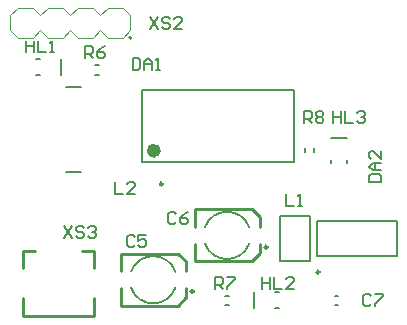
<source format=gto>
G04 Layer_Color=65535*
%FSLAX25Y25*%
%MOIN*%
G70*
G01*
G75*
%ADD25C,0.00787*%
%ADD36C,0.02362*%
%ADD37C,0.00984*%
%ADD38C,0.01000*%
%ADD39C,0.00394*%
%ADD40C,0.00591*%
D25*
X42953Y93425D02*
G03*
X42953Y93425I-394J0D01*
G01*
X82202Y30252D02*
G03*
X67404Y30252I-7399J-2693D01*
G01*
Y24866D02*
G03*
X82202Y24866I7399J2693D01*
G01*
X57596Y15488D02*
G03*
X42798Y15488I-7399J-2693D01*
G01*
Y10102D02*
G03*
X57596Y10102I7399J2693D01*
G01*
X11220Y86319D02*
X12402D01*
X11220Y81004D02*
X12402D01*
X19587D02*
Y86319D01*
X21260Y48819D02*
X25984D01*
X21260Y77165D02*
X25984D01*
X30906Y81102D02*
X32087D01*
X30906Y84252D02*
X32087D01*
X97244Y51870D02*
Y76083D01*
X46457Y51870D02*
Y76083D01*
X97244D01*
X46457Y51870D02*
X97244D01*
X103937Y55512D02*
Y56693D01*
X100787Y55512D02*
Y56693D01*
X109547Y51575D02*
Y52756D01*
X114862Y51575D02*
Y52756D01*
X109547Y59941D02*
X114862D01*
X104921Y20669D02*
X131299D01*
X104921Y32480D02*
X131299D01*
X104921Y20669D02*
Y32480D01*
X131299Y20669D02*
Y32480D01*
X92441Y19075D02*
Y34075D01*
Y19075D02*
X102441D01*
Y34075D01*
X92441D02*
X102441D01*
X110630Y7480D02*
X111811D01*
X110630Y4331D02*
X111811D01*
X90945Y3248D02*
X92126D01*
X90945Y8563D02*
X92126D01*
X83760Y3248D02*
Y8563D01*
X74213Y4331D02*
X75394D01*
X74213Y7480D02*
X75394D01*
D36*
X51575Y55807D02*
G03*
X51575Y55807I-1181J0D01*
G01*
D37*
X53405Y44685D02*
G03*
X53405Y44685I-492J0D01*
G01*
X105610Y15354D02*
G03*
X105610Y15354I-492J0D01*
G01*
X88287Y23622D02*
G03*
X88287Y23622I-492J0D01*
G01*
X63681Y8858D02*
G03*
X63681Y8858I-492J0D01*
G01*
D38*
X26575Y22441D02*
X30512D01*
X6890D02*
X10827D01*
X6890Y16535D02*
Y22441D01*
Y787D02*
Y6693D01*
X30512Y16535D02*
Y22441D01*
Y787D02*
Y6693D01*
X6890Y787D02*
X30512D01*
X64173Y18898D02*
Y24803D01*
Y30315D02*
Y36220D01*
X85827Y21654D02*
Y24803D01*
Y30315D02*
Y33858D01*
X83071Y18898D02*
X85827Y21654D01*
X64173Y18898D02*
X83071D01*
Y36220D02*
X85827Y33858D01*
X64173Y36220D02*
X83071D01*
X39567Y4134D02*
Y10039D01*
Y15551D02*
Y21457D01*
X61221Y6890D02*
Y10039D01*
Y15551D02*
Y19094D01*
X58465Y4134D02*
X61221Y6890D01*
X39567Y4134D02*
X58465D01*
Y21457D02*
X61221Y19094D01*
X39567Y21457D02*
X58465D01*
D39*
X40059Y93425D02*
X42559Y95925D01*
X35059Y93425D02*
X40059D01*
X32559Y95925D02*
X35059Y93425D01*
X32559Y100925D02*
X35059Y103425D01*
X40059D01*
X42559Y100925D01*
X30059Y103425D02*
X32559Y100925D01*
X25059Y103425D02*
X30059D01*
X22559Y100925D02*
X25059Y103425D01*
X22559Y95925D02*
X25059Y93425D01*
X30059D01*
X32559Y95925D01*
X20059Y103425D02*
X22559Y100925D01*
X15059Y103425D02*
X20059D01*
X12559Y100925D02*
X15059Y103425D01*
X12559Y95925D02*
X15059Y93425D01*
X20059D01*
X22559Y95925D01*
X10059Y103425D02*
X12559Y100925D01*
X5059Y103425D02*
X10059D01*
X2559Y100925D02*
X5059Y103425D01*
X2559Y95925D02*
X5059Y93425D01*
X10059D01*
X12559Y95925D01*
X42559D02*
Y100925D01*
X2559Y95925D02*
Y100925D01*
D40*
X20472Y30707D02*
X23096Y26772D01*
Y30707D02*
X20472Y26772D01*
X27032Y30051D02*
X26376Y30707D01*
X25064D01*
X24408Y30051D01*
Y29395D01*
X25064Y28740D01*
X26376D01*
X27032Y28084D01*
Y27428D01*
X26376Y26772D01*
X25064D01*
X24408Y27428D01*
X28344Y30051D02*
X29000Y30707D01*
X30312D01*
X30968Y30051D01*
Y29395D01*
X30312Y28740D01*
X29656D01*
X30312D01*
X30968Y28084D01*
Y27428D01*
X30312Y26772D01*
X29000D01*
X28344Y27428D01*
X49213Y100392D02*
X51836Y96457D01*
Y100392D02*
X49213Y96457D01*
X55772Y99736D02*
X55116Y100392D01*
X53804D01*
X53148Y99736D01*
Y99080D01*
X53804Y98425D01*
X55116D01*
X55772Y97769D01*
Y97113D01*
X55116Y96457D01*
X53804D01*
X53148Y97113D01*
X59708Y96457D02*
X57084D01*
X59708Y99080D01*
Y99736D01*
X59052Y100392D01*
X57740D01*
X57084Y99736D01*
X7874Y92518D02*
Y88583D01*
Y90551D01*
X10498D01*
Y92518D01*
Y88583D01*
X11810Y92518D02*
Y88583D01*
X14434D01*
X15745D02*
X17057D01*
X16401D01*
Y92518D01*
X15745Y91862D01*
X37402Y45274D02*
Y41339D01*
X40025D01*
X43961D02*
X41337D01*
X43961Y43962D01*
Y44618D01*
X43305Y45274D01*
X41993D01*
X41337Y44618D01*
X27559Y86614D02*
Y90550D01*
X29527D01*
X30183Y89894D01*
Y88582D01*
X29527Y87926D01*
X27559D01*
X28871D02*
X30183Y86614D01*
X34119Y90550D02*
X32807Y89894D01*
X31495Y88582D01*
Y87270D01*
X32151Y86614D01*
X33463D01*
X34119Y87270D01*
Y87926D01*
X33463Y88582D01*
X31495D01*
X43307Y86613D02*
Y82677D01*
X45275D01*
X45931Y83333D01*
Y85957D01*
X45275Y86613D01*
X43307D01*
X47243Y82677D02*
Y85301D01*
X48555Y86613D01*
X49867Y85301D01*
Y82677D01*
Y84645D01*
X47243D01*
X51179Y82677D02*
X52491D01*
X51834D01*
Y86613D01*
X51179Y85957D01*
X100394Y64961D02*
Y68896D01*
X102362D01*
X103017Y68240D01*
Y66928D01*
X102362Y66272D01*
X100394D01*
X101706D02*
X103017Y64961D01*
X104329Y68240D02*
X104985Y68896D01*
X106297D01*
X106953Y68240D01*
Y67585D01*
X106297Y66928D01*
X106953Y66272D01*
Y65617D01*
X106297Y64961D01*
X104985D01*
X104329Y65617D01*
Y66272D01*
X104985Y66928D01*
X104329Y67585D01*
Y68240D01*
X104985Y66928D02*
X106297D01*
X110236Y68896D02*
Y64961D01*
Y66928D01*
X112860D01*
Y68896D01*
Y64961D01*
X114172Y68896D02*
Y64961D01*
X116796D01*
X118108Y68240D02*
X118764Y68896D01*
X120076D01*
X120731Y68240D01*
Y67585D01*
X120076Y66928D01*
X119420D01*
X120076D01*
X120731Y66272D01*
Y65617D01*
X120076Y64961D01*
X118764D01*
X118108Y65617D01*
X122048Y45276D02*
X125984D01*
Y47243D01*
X125328Y47899D01*
X122705D01*
X122048Y47243D01*
Y45276D01*
X125984Y49211D02*
X123360D01*
X122048Y50523D01*
X123360Y51835D01*
X125984D01*
X124016D01*
Y49211D01*
X125984Y55771D02*
Y53147D01*
X123360Y55771D01*
X122705D01*
X122048Y55115D01*
Y53803D01*
X122705Y53147D01*
X94488Y41337D02*
Y37402D01*
X97112D01*
X98424D02*
X99736D01*
X99080D01*
Y41337D01*
X98424Y40681D01*
X122703Y7217D02*
X122047Y7873D01*
X120735D01*
X120079Y7217D01*
Y4593D01*
X120735Y3937D01*
X122047D01*
X122703Y4593D01*
X124014Y7873D02*
X126638D01*
Y7217D01*
X124014Y4593D01*
Y3937D01*
X86614Y13778D02*
Y9843D01*
Y11810D01*
X89238D01*
Y13778D01*
Y9843D01*
X90550Y13778D02*
Y9843D01*
X93174D01*
X97110D02*
X94486D01*
X97110Y12466D01*
Y13122D01*
X96453Y13778D01*
X95142D01*
X94486Y13122D01*
X70866Y9843D02*
Y13778D01*
X72834D01*
X73490Y13122D01*
Y11810D01*
X72834Y11154D01*
X70866D01*
X72178D02*
X73490Y9843D01*
X74802Y13778D02*
X77426D01*
Y13122D01*
X74802Y10498D01*
Y9843D01*
X57742Y34776D02*
X57086Y35432D01*
X55774D01*
X55118Y34776D01*
Y32152D01*
X55774Y31496D01*
X57086D01*
X57742Y32152D01*
X61678Y35432D02*
X60366Y34776D01*
X59054Y33464D01*
Y32152D01*
X59710Y31496D01*
X61022D01*
X61678Y32152D01*
Y32808D01*
X61022Y33464D01*
X59054D01*
X43962Y26902D02*
X43306Y27558D01*
X41995D01*
X41339Y26902D01*
Y24278D01*
X41995Y23622D01*
X43306D01*
X43962Y24278D01*
X47898Y27558D02*
X45274D01*
Y25590D01*
X46586Y26246D01*
X47242D01*
X47898Y25590D01*
Y24278D01*
X47242Y23622D01*
X45930D01*
X45274Y24278D01*
M02*

</source>
